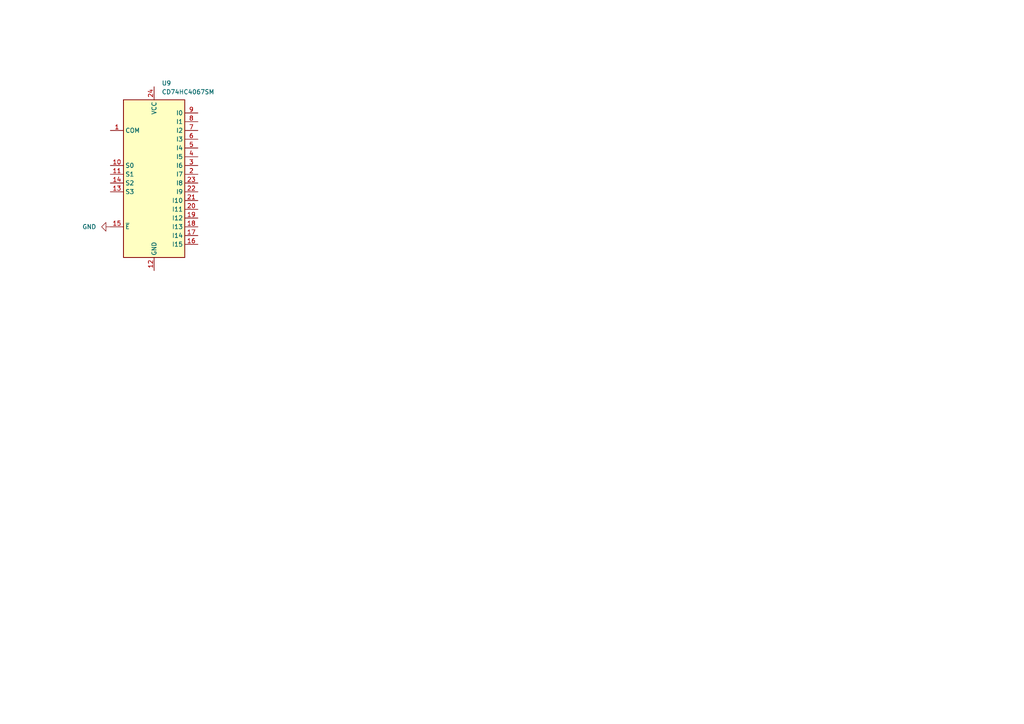
<source format=kicad_sch>
(kicad_sch (version 20230121) (generator eeschema)
  (paper "A4")
  (lib_symbols
    (symbol "74xx:CD74HC4067SM"
      (property "Reference" "U" (at -8.89 22.86 0))
      (property "Value" "CD74HC4067SM" (at 1.27 22.86 0))
      (symbol "CD74HC4067SM_0_1"
        (rectangle (start -8.89 21.59) (end 8.89 -24.13) (stroke (width 0.254)) (fill (type background)))
      )
      (symbol "CD74HC4067SM_1_1"
        (pin passive line (at -12.7 12.7 0) (length 3.81) (name "COM") (number "1"))
        (pin input line (at -12.7 2.54 0) (length 3.81) (name "S0") (number "10"))
        (pin input line (at -12.7 0 0) (length 3.81) (name "S1") (number "11"))
        (pin power_in line (at 0 -27.94 90) (length 3.81) (name "GND") (number "12"))
        (pin input line (at -12.7 -5.08 0) (length 3.81) (name "S3") (number "13"))
        (pin input line (at -12.7 -2.54 0) (length 3.81) (name "S2") (number "14"))
        (pin input line (at -12.7 -15.24 0) (length 3.81) (name "~{E}") (number "15"))
        (pin passive line (at 12.7 -20.32 180) (length 3.81) (name "I15") (number "16"))
        (pin passive line (at 12.7 -17.78 180) (length 3.81) (name "I14") (number "17"))
        (pin passive line (at 12.7 -15.24 180) (length 3.81) (name "I13") (number "18"))
        (pin passive line (at 12.7 -12.7 180) (length 3.81) (name "I12") (number "19"))
        (pin passive line (at 12.7 0 180) (length 3.81) (name "I7") (number "2"))
        (pin passive line (at 12.7 -10.16 180) (length 3.81) (name "I11") (number "20"))
        (pin passive line (at 12.7 -7.62 180) (length 3.81) (name "I10") (number "21"))
        (pin passive line (at 12.7 -5.08 180) (length 3.81) (name "I9") (number "22"))
        (pin passive line (at 12.7 -2.54 180) (length 3.81) (name "I8") (number "23"))
        (pin power_in line (at 0 25.4 270) (length 3.81) (name "VCC") (number "24"))
        (pin passive line (at 12.7 2.54 180) (length 3.81) (name "I6") (number "3"))
        (pin passive line (at 12.7 5.08 180) (length 3.81) (name "I5") (number "4"))
        (pin passive line (at 12.7 7.62 180) (length 3.81) (name "I4") (number "5"))
        (pin passive line (at 12.7 10.16 180) (length 3.81) (name "I3") (number "6"))
        (pin passive line (at 12.7 12.7 180) (length 3.81) (name "I2") (number "7"))
        (pin passive line (at 12.7 15.24 180) (length 3.81) (name "I1") (number "8"))
        (pin passive line (at 12.7 17.78 180) (length 3.81) (name "I0") (number "9"))
      )
    )
    (symbol "power:GND" (power) (pin_names (offset 0))
      (property "Value" "GND" (at 0 -3.81 0))
      (symbol "GND_0_1"
        (polyline (pts (xy 0 0) (xy 0 -1.27) (xy 1.27 -1.27) (xy 0 -2.54) (xy -1.27 -1.27) (xy 0 -1.27)))
      )
      (symbol "GND_1_1"
        (pin power_in line (at 0 0 270) (length 0) hide (name "GND") (number "1"))
      )
    )
  )
  (symbol (lib_id "power:GND") (at 32.004 65.786 270) (unit 1)
    (property "Reference" "#PWR028" (effects hide))
    (property "Value" "GND" (at 27.94 65.786 90) (effects (justify right)))
  )
  (symbol (lib_id "74xx:CD74HC4067SM") (at 44.704 50.546 0) (unit 1)
    (property "Reference" "U9" (at 46.8981 24.13 0) (effects (justify left)))
    (property "Value" "CD74HC4067SM" (at 46.8981 26.67 0) (effects (justify left)))
    (property "Footprint" "Package_SO:SSOP-24_5.3x8.2mm_P0.65mm" (effects hide))
    (property "Datasheet" "http://www.ti.com/lit/ds/symlink/cd74hc4067.pdf" (effects hide))
  )
)
</source>
